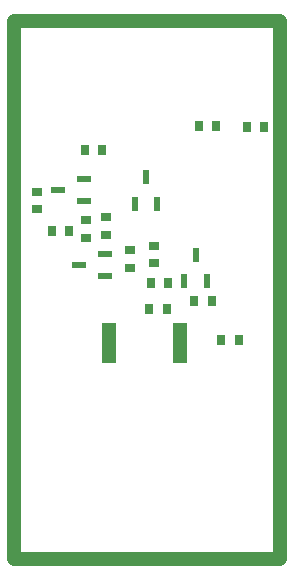
<source format=gbp>
%FSLAX25Y25*%
%MOIN*%
G70*
G01*
G75*
G04 Layer_Color=128*
%ADD10R,0.06890X0.10433*%
%ADD11R,0.08504X0.08898*%
%ADD12R,0.06693X0.02953*%
%ADD13R,0.08268X0.03937*%
%ADD14O,0.08268X0.03937*%
%ADD15O,0.02362X0.07087*%
%ADD16O,0.02362X0.08268*%
%ADD17R,0.03543X0.02756*%
%ADD18C,0.01000*%
%ADD19C,0.05000*%
%ADD20C,0.07000*%
%ADD21C,0.02000*%
%ADD22R,0.29000X0.24000*%
%ADD23R,0.30500X0.24000*%
%ADD24C,0.04724*%
G04:AMPARAMS|DCode=25|XSize=137.8mil|YSize=236.22mil|CornerRadius=34.45mil|HoleSize=0mil|Usage=FLASHONLY|Rotation=0.000|XOffset=0mil|YOffset=0mil|HoleType=Round|Shape=RoundedRectangle|*
%AMROUNDEDRECTD25*
21,1,0.13780,0.16732,0,0,0.0*
21,1,0.06890,0.23622,0,0,0.0*
1,1,0.06890,0.03445,-0.08366*
1,1,0.06890,-0.03445,-0.08366*
1,1,0.06890,-0.03445,0.08366*
1,1,0.06890,0.03445,0.08366*
%
%ADD25ROUNDEDRECTD25*%
G04:AMPARAMS|DCode=26|XSize=177.16mil|YSize=236.22mil|CornerRadius=44.29mil|HoleSize=0mil|Usage=FLASHONLY|Rotation=0.000|XOffset=0mil|YOffset=0mil|HoleType=Round|Shape=RoundedRectangle|*
%AMROUNDEDRECTD26*
21,1,0.17716,0.14764,0,0,0.0*
21,1,0.08858,0.23622,0,0,0.0*
1,1,0.08858,0.04429,-0.07382*
1,1,0.08858,-0.04429,-0.07382*
1,1,0.08858,-0.04429,0.07382*
1,1,0.08858,0.04429,0.07382*
%
%ADD26ROUNDEDRECTD26*%
G04:AMPARAMS|DCode=27|XSize=374.02mil|YSize=157.48mil|CornerRadius=39.37mil|HoleSize=0mil|Usage=FLASHONLY|Rotation=90.000|XOffset=0mil|YOffset=0mil|HoleType=Round|Shape=RoundedRectangle|*
%AMROUNDEDRECTD27*
21,1,0.37402,0.07874,0,0,90.0*
21,1,0.29528,0.15748,0,0,90.0*
1,1,0.07874,0.03937,0.14764*
1,1,0.07874,0.03937,-0.14764*
1,1,0.07874,-0.03937,-0.14764*
1,1,0.07874,-0.03937,0.14764*
%
%ADD27ROUNDEDRECTD27*%
G04:AMPARAMS|DCode=28|XSize=295.28mil|YSize=157.48mil|CornerRadius=39.37mil|HoleSize=0mil|Usage=FLASHONLY|Rotation=90.000|XOffset=0mil|YOffset=0mil|HoleType=Round|Shape=RoundedRectangle|*
%AMROUNDEDRECTD28*
21,1,0.29528,0.07874,0,0,90.0*
21,1,0.21654,0.15748,0,0,90.0*
1,1,0.07874,0.03937,0.10827*
1,1,0.07874,0.03937,-0.10827*
1,1,0.07874,-0.03937,-0.10827*
1,1,0.07874,-0.03937,0.10827*
%
%ADD28ROUNDEDRECTD28*%
%ADD29C,0.07874*%
%ADD30C,0.04500*%
%ADD31R,0.03150X0.03543*%
%ADD32R,0.03543X0.03150*%
%ADD33R,0.04528X0.02362*%
%ADD34R,0.02362X0.04528*%
%ADD35R,0.02756X0.03543*%
%ADD36R,0.05118X0.13189*%
%ADD37C,0.01500*%
%ADD38C,0.10000*%
%ADD39C,0.05500*%
%ADD40R,0.31000X0.24500*%
%ADD41R,0.30000X0.24000*%
%ADD42C,0.00787*%
%ADD43C,0.00984*%
%ADD44C,0.02362*%
%ADD45C,0.00600*%
%ADD46R,0.07690X0.11233*%
%ADD47R,0.09304X0.09698*%
%ADD48R,0.07493X0.03753*%
%ADD49R,0.09068X0.04737*%
%ADD50O,0.09068X0.04737*%
%ADD51O,0.03162X0.07887*%
%ADD52O,0.03162X0.09068*%
%ADD53R,0.04343X0.03556*%
G04:AMPARAMS|DCode=54|XSize=145.79mil|YSize=244.22mil|CornerRadius=38.45mil|HoleSize=0mil|Usage=FLASHONLY|Rotation=0.000|XOffset=0mil|YOffset=0mil|HoleType=Round|Shape=RoundedRectangle|*
%AMROUNDEDRECTD54*
21,1,0.14579,0.16732,0,0,0.0*
21,1,0.06890,0.24422,0,0,0.0*
1,1,0.07690,0.03445,-0.08366*
1,1,0.07690,-0.03445,-0.08366*
1,1,0.07690,-0.03445,0.08366*
1,1,0.07690,0.03445,0.08366*
%
%ADD54ROUNDEDRECTD54*%
G04:AMPARAMS|DCode=55|XSize=185.17mil|YSize=244.22mil|CornerRadius=48.29mil|HoleSize=0mil|Usage=FLASHONLY|Rotation=0.000|XOffset=0mil|YOffset=0mil|HoleType=Round|Shape=RoundedRectangle|*
%AMROUNDEDRECTD55*
21,1,0.18517,0.14764,0,0,0.0*
21,1,0.08858,0.24422,0,0,0.0*
1,1,0.09658,0.04429,-0.07382*
1,1,0.09658,-0.04429,-0.07382*
1,1,0.09658,-0.04429,0.07382*
1,1,0.09658,0.04429,0.07382*
%
%ADD55ROUNDEDRECTD55*%
G04:AMPARAMS|DCode=56|XSize=382.02mil|YSize=165.48mil|CornerRadius=43.37mil|HoleSize=0mil|Usage=FLASHONLY|Rotation=90.000|XOffset=0mil|YOffset=0mil|HoleType=Round|Shape=RoundedRectangle|*
%AMROUNDEDRECTD56*
21,1,0.38202,0.07874,0,0,90.0*
21,1,0.29528,0.16548,0,0,90.0*
1,1,0.08674,0.03937,0.14764*
1,1,0.08674,0.03937,-0.14764*
1,1,0.08674,-0.03937,-0.14764*
1,1,0.08674,-0.03937,0.14764*
%
%ADD56ROUNDEDRECTD56*%
G04:AMPARAMS|DCode=57|XSize=303.28mil|YSize=165.48mil|CornerRadius=43.37mil|HoleSize=0mil|Usage=FLASHONLY|Rotation=90.000|XOffset=0mil|YOffset=0mil|HoleType=Round|Shape=RoundedRectangle|*
%AMROUNDEDRECTD57*
21,1,0.30328,0.07874,0,0,90.0*
21,1,0.21654,0.16548,0,0,90.0*
1,1,0.08674,0.03937,0.10827*
1,1,0.08674,0.03937,-0.10827*
1,1,0.08674,-0.03937,-0.10827*
1,1,0.08674,-0.03937,0.10827*
%
%ADD57ROUNDEDRECTD57*%
%ADD58C,0.08674*%
%ADD59C,0.05300*%
%ADD60R,0.03950X0.04343*%
%ADD61R,0.04343X0.03950*%
%ADD62R,0.05328X0.03162*%
%ADD63R,0.03162X0.05328*%
%ADD64R,0.03556X0.04343*%
%ADD65R,0.05918X0.13989*%
D17*
X46500Y98547D02*
D03*
Y104453D02*
D03*
X24000Y107047D02*
D03*
Y112953D02*
D03*
X38500Y97047D02*
D03*
Y102953D02*
D03*
X30500Y113953D02*
D03*
Y108047D02*
D03*
D24*
X0Y0D02*
Y179500D01*
Y0D02*
X88500D01*
X0Y179500D02*
X88500D01*
Y0D02*
Y179500D01*
D31*
X83256Y144000D02*
D03*
X77744D02*
D03*
D32*
X7500Y116744D02*
D03*
Y122256D02*
D03*
D33*
X21571Y98000D02*
D03*
X30429Y94260D02*
D03*
Y101740D02*
D03*
X14571Y123000D02*
D03*
X23429Y119260D02*
D03*
Y126740D02*
D03*
D34*
X43953Y127217D02*
D03*
X40213Y118358D02*
D03*
X47693D02*
D03*
X60500Y101429D02*
D03*
X56760Y92571D02*
D03*
X64240D02*
D03*
D35*
X29453Y136500D02*
D03*
X23547D02*
D03*
X61547Y144500D02*
D03*
X67453D02*
D03*
X12547Y109500D02*
D03*
X18453D02*
D03*
X65953Y86000D02*
D03*
X60047D02*
D03*
X45047Y83500D02*
D03*
X50953D02*
D03*
X45547Y92000D02*
D03*
X51453D02*
D03*
X69047Y73000D02*
D03*
X74953D02*
D03*
D36*
X55213Y72000D02*
D03*
X31787D02*
D03*
M02*

</source>
